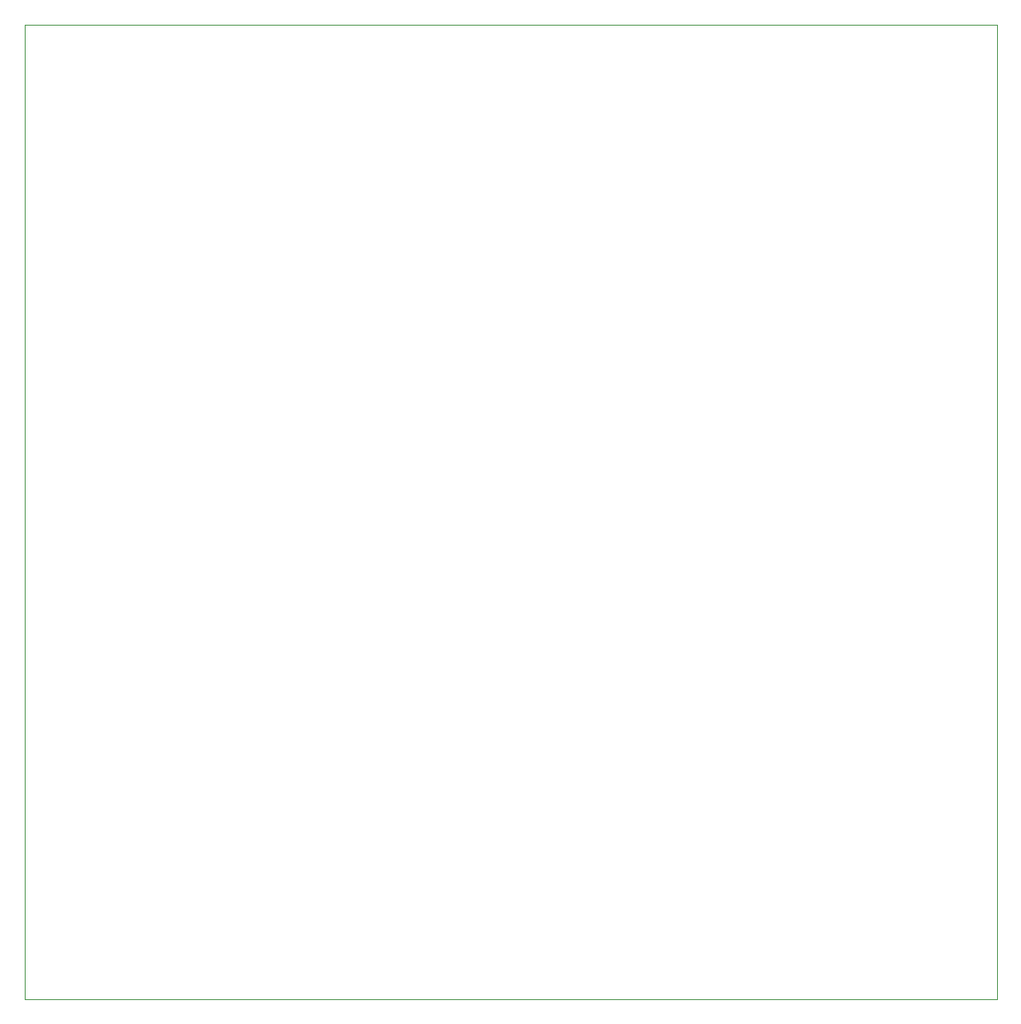
<source format=gm1>
G04 #@! TF.GenerationSoftware,KiCad,Pcbnew,9.0.2*
G04 #@! TF.CreationDate,2025-08-22T12:36:55+02:00*
G04 #@! TF.ProjectId,PiZero_VT100,50695a65-726f-45f5-9654-3130302e6b69,rev?*
G04 #@! TF.SameCoordinates,PX5e9ac00PYa0ca1c0*
G04 #@! TF.FileFunction,Profile,NP*
%FSLAX46Y46*%
G04 Gerber Fmt 4.6, Leading zero omitted, Abs format (unit mm)*
G04 Created by KiCad (PCBNEW 9.0.2) date 2025-08-22 12:36:55*
%MOMM*%
%LPD*%
G01*
G04 APERTURE LIST*
G04 #@! TA.AperFunction,Profile*
%ADD10C,0.050000*%
G04 #@! TD*
G04 APERTURE END LIST*
D10*
X0Y99950000D02*
X99750000Y99950000D01*
X99750000Y0D01*
X0Y0D01*
X0Y99950000D01*
M02*

</source>
